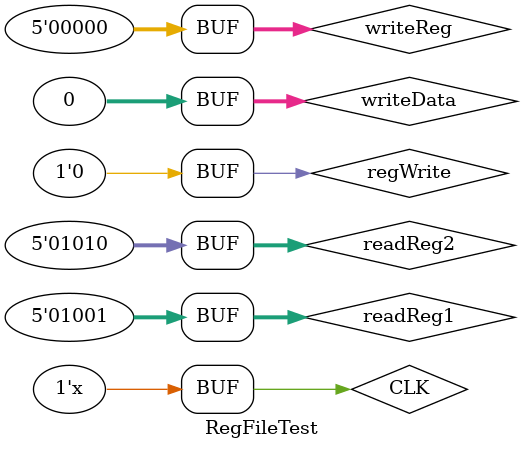
<source format=v>
`timescale 1ns / 1ps



module RegFileTest;

	// Inputs
	reg CLK;
	reg regWrite;
	reg [4:0] writeReg;
	reg [31:0] writeData;
	reg [4:0] readReg1;
	reg [4:0] readReg2;

	// Outputs
	wire [41:0] readData1;
	wire [41:0] readData2;

	// Instantiate the Unit Under Test (UUT)
	RegisterFile uut (
		.CLK(CLK), 
		.regWrite(regWrite), 
		.writeReg(writeReg), 
		.writeData(writeData), 
		.readReg1(readReg1), 
		.readData1(readData1), 
		.readReg2(readReg2), 
		.readData2(readData2)
	);
	always #20 CLK = ~CLK;
	initial begin
		// Initialize Inputs
		CLK = 0;
		regWrite = 0;
		writeReg = 0;
		writeData = 0;
		readReg1 = 11;
		readReg2 = 0;

		#100;
		
				CLK = 0;
		regWrite = 1;
		writeReg = 3;
		writeData = 22;
		readReg1 = 12;
		readReg2 = 10;

		#100;
		
		
				CLK = 0;
		regWrite = 1;
		writeReg = 0;
		writeData = 0;
		readReg1 = 8;
		readReg2 = 4;

		#100;
		
		
				CLK = 0;
		regWrite = 0;
		writeReg = 0;
		writeData = 0;
		readReg1 = 9;
		readReg2 = 10;

		#100;


	end
      
endmodule


</source>
